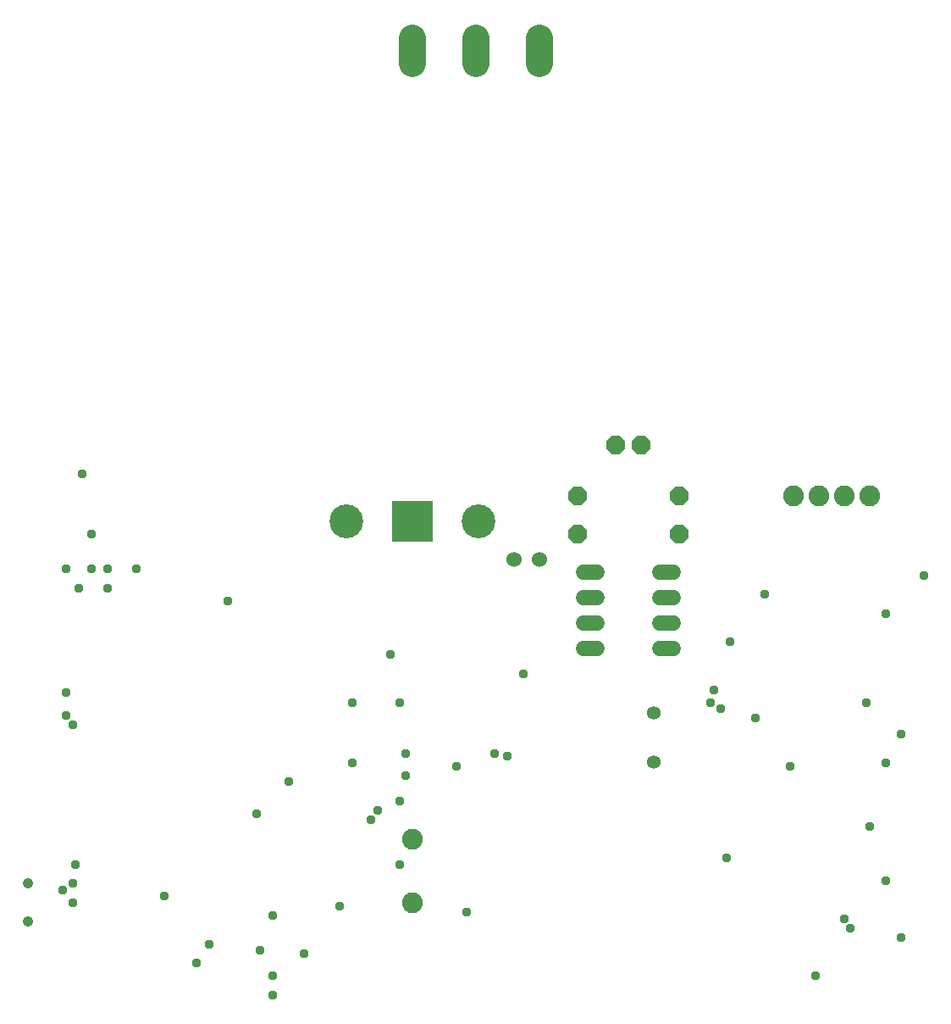
<source format=gbr>
G04 EAGLE Gerber RS-274X export*
G75*
%MOMM*%
%FSLAX34Y34*%
%LPD*%
%INSoldermask Bottom*%
%IPPOS*%
%AMOC8*
5,1,8,0,0,1.08239X$1,22.5*%
G01*
%ADD10C,1.361200*%
%ADD11C,2.743200*%
%ADD12C,2.082800*%
%ADD13C,1.053200*%
%ADD14C,1.524000*%
%ADD15C,1.524000*%
%ADD16R,4.165600X4.165600*%
%ADD17C,3.378200*%
%ADD18P,2.034460X8X22.500000*%
%ADD19P,2.034460X8X202.500000*%
%ADD20C,0.959600*%


D10*
X673100Y280400D03*
X673100Y329200D03*
D11*
X558800Y977900D02*
X558800Y1003300D01*
X431800Y1003300D02*
X431800Y977900D01*
X495300Y977900D02*
X495300Y1003300D01*
D12*
X431800Y139700D03*
X431800Y203200D03*
D13*
X47400Y158700D03*
X47400Y120700D03*
D12*
X812800Y546100D03*
X838200Y546100D03*
X863600Y546100D03*
X889000Y546100D03*
D14*
X533400Y482600D03*
X558800Y482600D03*
D15*
X602996Y469900D02*
X616204Y469900D01*
X616204Y444500D02*
X602996Y444500D01*
X602996Y419100D02*
X616204Y419100D01*
X616204Y393700D02*
X602996Y393700D01*
X679196Y393700D02*
X692404Y393700D01*
X692404Y419100D02*
X679196Y419100D01*
X679196Y444500D02*
X692404Y444500D01*
X692404Y469900D02*
X679196Y469900D01*
D16*
X431800Y520700D03*
D17*
X365760Y520700D03*
X497840Y520700D03*
D18*
X596900Y508000D03*
X698500Y508000D03*
D19*
X698500Y546100D03*
X596900Y546100D03*
D18*
X635000Y596900D03*
X660400Y596900D03*
D20*
X784225Y447675D03*
X749300Y400050D03*
X942975Y466725D03*
X904875Y428625D03*
X409575Y387350D03*
X292100Y127000D03*
X292100Y66675D03*
X425450Y288925D03*
X92075Y139700D03*
X92075Y158750D03*
X307975Y260350D03*
X276225Y228600D03*
X527050Y285750D03*
X228600Y98425D03*
X730250Y339725D03*
X485775Y130175D03*
X774700Y323850D03*
X425450Y266700D03*
X419100Y241300D03*
X904875Y279400D03*
X904875Y161925D03*
X920750Y307975D03*
X920750Y104775D03*
X863600Y123825D03*
X835025Y66675D03*
X869950Y114300D03*
X885825Y339725D03*
X889000Y215900D03*
X739775Y333375D03*
X746125Y184150D03*
X247650Y441325D03*
X476250Y276225D03*
X419100Y339725D03*
X514350Y288925D03*
X542925Y368300D03*
X371475Y339725D03*
X371475Y279400D03*
X323850Y88900D03*
X358775Y136525D03*
X215900Y79375D03*
X184150Y146050D03*
X95250Y177800D03*
X82550Y152400D03*
X419100Y177800D03*
X292100Y47625D03*
X279400Y92075D03*
X98425Y454025D03*
X101600Y568325D03*
X85725Y349250D03*
X85725Y473075D03*
X127000Y454025D03*
X127000Y473075D03*
X92075Y317500D03*
X809625Y276225D03*
X733425Y352425D03*
X390525Y222250D03*
X111125Y508000D03*
X396875Y231775D03*
X155575Y473075D03*
X85725Y327025D03*
X111125Y473075D03*
M02*

</source>
